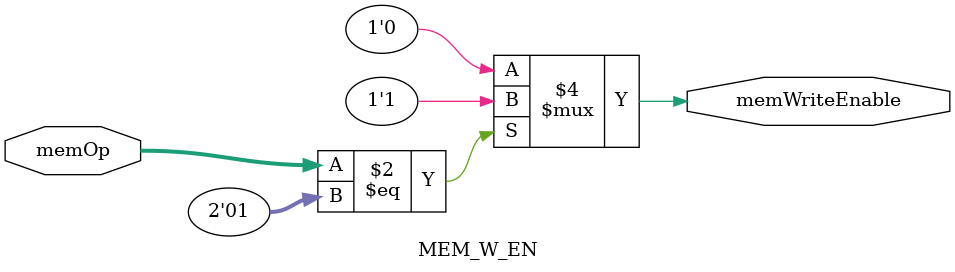
<source format=v>
module MEM_W_EN (
    input [1:0] memOp,
    output reg memWriteEnable
);

// Define memory operations
parameter MEM_READ = 2'b00;
parameter MEM_WRITE = 2'b01;
parameter MEM_NONE = 2'b10;

always @* begin
    // Enable memory write for MEM_WRITE operation
    if (memOp == MEM_WRITE)
        memWriteEnable = 1'b1;
    else
        memWriteEnable = 1'b0;
end

endmodule // MEM_W_EN

</source>
